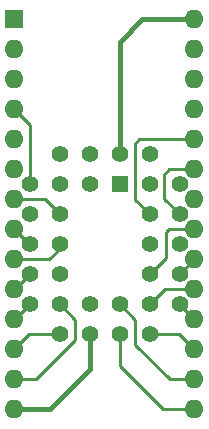
<source format=gbr>
%TF.GenerationSoftware,KiCad,Pcbnew,5.1.12-84ad8e8a86~92~ubuntu18.04.1*%
%TF.CreationDate,2023-08-16T23:14:37+02:00*%
%TF.ProjectId,EPROM-27512-GLS27SF512-v2,4550524f-4d2d-4323-9735-31322d474c53,r1*%
%TF.SameCoordinates,Original*%
%TF.FileFunction,Copper,L1,Top*%
%TF.FilePolarity,Positive*%
%FSLAX46Y46*%
G04 Gerber Fmt 4.6, Leading zero omitted, Abs format (unit mm)*
G04 Created by KiCad (PCBNEW 5.1.12-84ad8e8a86~92~ubuntu18.04.1) date 2023-08-16 23:14:37*
%MOMM*%
%LPD*%
G01*
G04 APERTURE LIST*
%TA.AperFunction,ComponentPad*%
%ADD10C,1.422400*%
%TD*%
%TA.AperFunction,ComponentPad*%
%ADD11R,1.422400X1.422400*%
%TD*%
%TA.AperFunction,ComponentPad*%
%ADD12R,1.600000X1.600000*%
%TD*%
%TA.AperFunction,ComponentPad*%
%ADD13O,1.600000X1.600000*%
%TD*%
%TA.AperFunction,Conductor*%
%ADD14C,0.250000*%
%TD*%
%TA.AperFunction,Conductor*%
%ADD15C,0.400000*%
%TD*%
G04 APERTURE END LIST*
D10*
%TO.P,U102,29*%
%TO.N,/a8*%
X100940000Y-83690000D03*
%TO.P,U102,27*%
%TO.N,/a11*%
X100940000Y-86230000D03*
%TO.P,U102,25*%
%TO.N,/_oe*%
X100940000Y-88770000D03*
%TO.P,U102,23*%
%TO.N,/_ce*%
X100940000Y-91310000D03*
%TO.P,U102,28*%
%TO.N,/a9*%
X98400000Y-86230000D03*
%TO.P,U102,26*%
%TO.N,Net-(U102-Pad26)*%
X98400000Y-88770000D03*
%TO.P,U102,24*%
%TO.N,/a10*%
X98400000Y-91310000D03*
%TO.P,U102,22*%
%TO.N,/d7*%
X98400000Y-93850000D03*
%TO.P,U102,20*%
%TO.N,/d5*%
X98400000Y-96390000D03*
%TO.P,U102,18*%
%TO.N,/d3*%
X95860000Y-96390000D03*
%TO.P,U102,16*%
%TO.N,GND*%
X93320000Y-96390000D03*
%TO.P,U102,14*%
%TO.N,/d1*%
X90780000Y-96390000D03*
%TO.P,U102,21*%
%TO.N,/d6*%
X100940000Y-93850000D03*
%TO.P,U102,19*%
%TO.N,/d4*%
X95860000Y-93850000D03*
%TO.P,U102,17*%
%TO.N,Net-(U102-Pad17)*%
X93320000Y-93850000D03*
%TO.P,U102,15*%
%TO.N,/d2*%
X90780000Y-93850000D03*
%TO.P,U102,13*%
%TO.N,/d0*%
X88240000Y-93850000D03*
%TO.P,U102,11*%
%TO.N,/a0*%
X88240000Y-91310000D03*
%TO.P,U102,9*%
%TO.N,/a2*%
X88240000Y-88770000D03*
%TO.P,U102,7*%
%TO.N,/a4*%
X88240000Y-86230000D03*
%TO.P,U102,5*%
%TO.N,/a6*%
X88240000Y-83690000D03*
%TO.P,U102,12*%
%TO.N,Net-(U102-Pad12)*%
X90780000Y-91310000D03*
%TO.P,U102,10*%
%TO.N,/a1*%
X90780000Y-88770000D03*
%TO.P,U102,8*%
%TO.N,/a3*%
X90780000Y-86230000D03*
%TO.P,U102,6*%
%TO.N,/a5*%
X90780000Y-83690000D03*
%TO.P,U102,30*%
%TO.N,/a13*%
X98400000Y-81150000D03*
%TO.P,U102,32*%
%TO.N,+5V*%
X95860000Y-81150000D03*
%TO.P,U102,4*%
%TO.N,/a7*%
X90780000Y-81150000D03*
%TO.P,U102,2*%
%TO.N,/a15*%
X93320000Y-81150000D03*
%TO.P,U102,31*%
%TO.N,/a14*%
X98400000Y-83690000D03*
%TO.P,U102,3*%
%TO.N,/a12*%
X93320000Y-83690000D03*
D11*
%TO.P,U102,1*%
%TO.N,Net-(U102-Pad1)*%
X95860000Y-83690000D03*
%TD*%
D12*
%TO.P,U101,1*%
%TO.N,/a15*%
X86952401Y-69723201D03*
D13*
%TO.P,U101,15*%
%TO.N,/d3*%
X102192401Y-102743201D03*
%TO.P,U101,2*%
%TO.N,/a12*%
X86952401Y-72263201D03*
%TO.P,U101,16*%
%TO.N,/d4*%
X102192401Y-100203201D03*
%TO.P,U101,3*%
%TO.N,/a7*%
X86952401Y-74803201D03*
%TO.P,U101,17*%
%TO.N,/d5*%
X102192401Y-97663201D03*
%TO.P,U101,4*%
%TO.N,/a6*%
X86952401Y-77343201D03*
%TO.P,U101,18*%
%TO.N,/d6*%
X102192401Y-95123201D03*
%TO.P,U101,5*%
%TO.N,/a5*%
X86952401Y-79883201D03*
%TO.P,U101,19*%
%TO.N,/d7*%
X102192401Y-92583201D03*
%TO.P,U101,6*%
%TO.N,/a4*%
X86952401Y-82423201D03*
%TO.P,U101,20*%
%TO.N,/_ce*%
X102192401Y-90043201D03*
%TO.P,U101,7*%
%TO.N,/a3*%
X86952401Y-84963201D03*
%TO.P,U101,21*%
%TO.N,/a10*%
X102192401Y-87503201D03*
%TO.P,U101,8*%
%TO.N,/a2*%
X86952401Y-87503201D03*
%TO.P,U101,22*%
%TO.N,/_oe*%
X102192401Y-84963201D03*
%TO.P,U101,9*%
%TO.N,/a1*%
X86952401Y-90043201D03*
%TO.P,U101,23*%
%TO.N,/a11*%
X102192401Y-82423201D03*
%TO.P,U101,10*%
%TO.N,/a0*%
X86952401Y-92583201D03*
%TO.P,U101,24*%
%TO.N,/a9*%
X102192401Y-79883201D03*
%TO.P,U101,11*%
%TO.N,/d0*%
X86952401Y-95123201D03*
%TO.P,U101,25*%
%TO.N,/a8*%
X102192401Y-77343201D03*
%TO.P,U101,12*%
%TO.N,/d1*%
X86952401Y-97663201D03*
%TO.P,U101,26*%
%TO.N,/a13*%
X102192401Y-74803201D03*
%TO.P,U101,13*%
%TO.N,/d2*%
X86952401Y-100203201D03*
%TO.P,U101,27*%
%TO.N,/a14*%
X102192401Y-72263201D03*
%TO.P,U101,14*%
%TO.N,GND*%
X86952401Y-102743201D03*
%TO.P,U101,28*%
%TO.N,+5V*%
X102192401Y-69723201D03*
%TD*%
D14*
%TO.N,/d3*%
X95860000Y-96390000D02*
X95860000Y-99040000D01*
X99563201Y-102743201D02*
X102192401Y-102743201D01*
X95860000Y-99040000D02*
X99563201Y-102743201D01*
%TO.N,/d4*%
X95860000Y-93850000D02*
X97160000Y-95150000D01*
X97160000Y-95150000D02*
X97160000Y-97260000D01*
X100103201Y-100203201D02*
X102192401Y-100203201D01*
X97160000Y-97260000D02*
X100103201Y-100203201D01*
%TO.N,/d5*%
X100919200Y-96390000D02*
X102192401Y-97663201D01*
X98400000Y-96390000D02*
X100919200Y-96390000D01*
%TO.N,/a6*%
X88240000Y-78630800D02*
X86952401Y-77343201D01*
X88240000Y-83690000D02*
X88240000Y-78630800D01*
%TO.N,/d6*%
X100940000Y-93870800D02*
X102192401Y-95123201D01*
X100940000Y-93850000D02*
X100940000Y-93870800D01*
%TO.N,/d7*%
X99666799Y-92583201D02*
X98400000Y-93850000D01*
X102192401Y-92583201D02*
X99666799Y-92583201D01*
%TO.N,/_ce*%
X100940000Y-91295602D02*
X102192401Y-90043201D01*
X100940000Y-91310000D02*
X100940000Y-91295602D01*
%TO.N,/a3*%
X89513201Y-84963201D02*
X90780000Y-86230000D01*
X86952401Y-84963201D02*
X89513201Y-84963201D01*
%TO.N,/a10*%
X102192401Y-87503201D02*
X100046799Y-87503201D01*
X100046799Y-87503201D02*
X99780000Y-87770000D01*
X99780000Y-89930000D02*
X98400000Y-91310000D01*
X99780000Y-87770000D02*
X99780000Y-89930000D01*
%TO.N,/a2*%
X88219200Y-88770000D02*
X86952401Y-87503201D01*
X88240000Y-88770000D02*
X88219200Y-88770000D01*
%TO.N,/a1*%
X86952401Y-90043201D02*
X89866799Y-90043201D01*
X90780000Y-89130000D02*
X90780000Y-88770000D01*
X89866799Y-90043201D02*
X90780000Y-89130000D01*
%TO.N,/a11*%
X102192401Y-82423201D02*
X100076799Y-82423201D01*
X100076799Y-82423201D02*
X99620000Y-82880000D01*
X99620000Y-84910000D02*
X100940000Y-86230000D01*
X99620000Y-82880000D02*
X99620000Y-84910000D01*
%TO.N,/a0*%
X86966799Y-92583201D02*
X88240000Y-91310000D01*
X86952401Y-92583201D02*
X86966799Y-92583201D01*
%TO.N,/a9*%
X97180000Y-85010000D02*
X98400000Y-86230000D01*
X97180000Y-80240000D02*
X97180000Y-85010000D01*
X102192401Y-79883201D02*
X97536799Y-79883201D01*
X97536799Y-79883201D02*
X97180000Y-80240000D01*
%TO.N,/d0*%
X86966799Y-95123201D02*
X88240000Y-93850000D01*
X86952401Y-95123201D02*
X86966799Y-95123201D01*
%TO.N,/a8*%
X101626799Y-77343201D02*
X102192401Y-77343201D01*
%TO.N,/d1*%
X88225602Y-96390000D02*
X86952401Y-97663201D01*
X90780000Y-96390000D02*
X88225602Y-96390000D01*
%TO.N,/d2*%
X90780000Y-93850000D02*
X92090000Y-95160000D01*
X92090000Y-95160000D02*
X92090000Y-96860000D01*
X88746799Y-100203201D02*
X86952401Y-100203201D01*
X92090000Y-96860000D02*
X88746799Y-100203201D01*
D15*
%TO.N,GND*%
X86952401Y-102743201D02*
X89946799Y-102743201D01*
X93320000Y-99370000D02*
X93320000Y-96390000D01*
X89946799Y-102743201D02*
X93320000Y-99370000D01*
%TO.N,+5V*%
X95860000Y-81150000D02*
X95860000Y-71610000D01*
X97746799Y-69723201D02*
X102192401Y-69723201D01*
X95860000Y-71610000D02*
X97746799Y-69723201D01*
%TD*%
M02*

</source>
